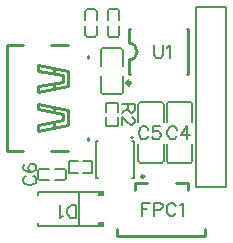
<source format=gto>
G04 Layer: TopSilkscreenLayer*
G04 EasyEDA v6.5.5, 2022-07-09 13:00:11*
G04 71ddd04add3b4de38a8b36f784c4d6f3,20d39a695127413eb41274384cfbb926,10*
G04 Gerber Generator version 0.2*
G04 Scale: 100 percent, Rotated: No, Reflected: No *
G04 Dimensions in millimeters *
G04 leading zeros omitted , absolute positions ,4 integer and 5 decimal *
%FSLAX45Y45*%
%MOMM*%

%ADD10C,0.2540*%
%ADD31C,0.1524*%
%ADD32C,0.2032*%
%ADD33C,0.2030*%
%ADD34C,0.1520*%
%ADD35C,0.2000*%
%ADD36C,0.3000*%

%LPD*%
D31*
X1181100Y7199884D02*
G01*
X1181100Y7308850D01*
X1181100Y7199884D02*
G01*
X1144778Y7199884D01*
X1129029Y7204963D01*
X1118870Y7215378D01*
X1113536Y7225792D01*
X1108455Y7241539D01*
X1108455Y7267447D01*
X1113536Y7282942D01*
X1118870Y7293355D01*
X1129029Y7303770D01*
X1144778Y7308850D01*
X1181100Y7308850D01*
X1074165Y7220712D02*
G01*
X1063752Y7215378D01*
X1048004Y7199884D01*
X1048004Y7308850D01*
X1739900Y7328915D02*
G01*
X1739900Y7219950D01*
X1739900Y7328915D02*
G01*
X1807463Y7328915D01*
X1739900Y7277100D02*
G01*
X1781555Y7277100D01*
X1841754Y7328915D02*
G01*
X1841754Y7219950D01*
X1841754Y7328915D02*
G01*
X1888489Y7328915D01*
X1903984Y7323836D01*
X1909318Y7318502D01*
X1914397Y7308087D01*
X1914397Y7292594D01*
X1909318Y7282179D01*
X1903984Y7277100D01*
X1888489Y7271765D01*
X1841754Y7271765D01*
X2026665Y7303008D02*
G01*
X2021586Y7313421D01*
X2011172Y7323836D01*
X2000758Y7328915D01*
X1979929Y7328915D01*
X1969515Y7323836D01*
X1959102Y7313421D01*
X1954022Y7303008D01*
X1948688Y7287260D01*
X1948688Y7261352D01*
X1954022Y7245858D01*
X1959102Y7235444D01*
X1969515Y7225029D01*
X1979929Y7219950D01*
X2000758Y7219950D01*
X2011172Y7225029D01*
X2021586Y7235444D01*
X2026665Y7245858D01*
X2060956Y7308087D02*
G01*
X2071370Y7313421D01*
X2086863Y7328915D01*
X2086863Y7219950D01*
X1841500Y8662415D02*
G01*
X1841500Y8584437D01*
X1846579Y8568944D01*
X1856994Y8558529D01*
X1872742Y8553450D01*
X1883155Y8553450D01*
X1898650Y8558529D01*
X1909063Y8568944D01*
X1914144Y8584437D01*
X1914144Y8662415D01*
X1948434Y8641587D02*
G01*
X1958847Y8646921D01*
X1974595Y8662415D01*
X1974595Y8553450D01*
X2033777Y7950708D02*
G01*
X2028443Y7961121D01*
X2018029Y7971536D01*
X2007870Y7976615D01*
X1987041Y7976615D01*
X1976627Y7971536D01*
X1966213Y7961121D01*
X1960879Y7950708D01*
X1955800Y7934960D01*
X1955800Y7909052D01*
X1960879Y7893558D01*
X1966213Y7883144D01*
X1976627Y7872729D01*
X1987041Y7867650D01*
X2007870Y7867650D01*
X2018029Y7872729D01*
X2028443Y7883144D01*
X2033777Y7893558D01*
X2119884Y7976615D02*
G01*
X2068068Y7903971D01*
X2146045Y7903971D01*
X2119884Y7976615D02*
G01*
X2119884Y7867650D01*
X1792478Y7950708D02*
G01*
X1787144Y7961121D01*
X1776729Y7971536D01*
X1766570Y7976615D01*
X1745742Y7976615D01*
X1735328Y7971536D01*
X1724913Y7961121D01*
X1719579Y7950708D01*
X1714500Y7934960D01*
X1714500Y7909052D01*
X1719579Y7893558D01*
X1724913Y7883144D01*
X1735328Y7872729D01*
X1745742Y7867650D01*
X1766570Y7867650D01*
X1776729Y7872729D01*
X1787144Y7883144D01*
X1792478Y7893558D01*
X1888997Y7976615D02*
G01*
X1837181Y7976615D01*
X1831847Y7929879D01*
X1837181Y7934960D01*
X1852676Y7940294D01*
X1868170Y7940294D01*
X1883918Y7934960D01*
X1894331Y7924800D01*
X1899412Y7909052D01*
X1899412Y7898637D01*
X1894331Y7883144D01*
X1883918Y7872729D01*
X1868170Y7867650D01*
X1852676Y7867650D01*
X1837181Y7872729D01*
X1831847Y7877810D01*
X1826768Y7888223D01*
X1677415Y8166100D02*
G01*
X1568450Y8166100D01*
X1677415Y8166100D02*
G01*
X1677415Y8119363D01*
X1672336Y8103870D01*
X1667002Y8098536D01*
X1656587Y8093455D01*
X1646173Y8093455D01*
X1635760Y8098536D01*
X1630679Y8103870D01*
X1625600Y8119363D01*
X1625600Y8166100D01*
X1625600Y8129778D02*
G01*
X1568450Y8093455D01*
X1651507Y8053831D02*
G01*
X1656587Y8053831D01*
X1667002Y8048752D01*
X1672336Y8043418D01*
X1677415Y8033004D01*
X1677415Y8012429D01*
X1672336Y8002015D01*
X1667002Y7996681D01*
X1656587Y7991602D01*
X1646173Y7991602D01*
X1635760Y7996681D01*
X1620265Y8007095D01*
X1568450Y8059165D01*
X1568450Y7986268D01*
X761492Y7558278D02*
G01*
X751078Y7552944D01*
X740663Y7542529D01*
X735584Y7532370D01*
X735584Y7511542D01*
X740663Y7501128D01*
X751078Y7490713D01*
X761492Y7485379D01*
X777239Y7480300D01*
X803147Y7480300D01*
X818642Y7485379D01*
X829055Y7490713D01*
X839470Y7501128D01*
X844550Y7511542D01*
X844550Y7532370D01*
X839470Y7542529D01*
X829055Y7552944D01*
X818642Y7558278D01*
X751078Y7654797D02*
G01*
X740663Y7649718D01*
X735584Y7633970D01*
X735584Y7623810D01*
X740663Y7608062D01*
X756412Y7597647D01*
X782320Y7592568D01*
X808228Y7592568D01*
X829055Y7597647D01*
X839470Y7608062D01*
X844550Y7623810D01*
X844550Y7628889D01*
X839470Y7644384D01*
X829055Y7654797D01*
X813562Y7660131D01*
X808228Y7660131D01*
X792734Y7654797D01*
X782320Y7644384D01*
X777239Y7628889D01*
X777239Y7623810D01*
X782320Y7608062D01*
X792734Y7597647D01*
X808228Y7592568D01*
G36*
X1368907Y7427366D02*
G01*
X1368755Y7386675D01*
X1414475Y7386675D01*
X1414881Y7426909D01*
G37*
G36*
X1369720Y7167524D02*
G01*
X1369618Y7126884D01*
X1415338Y7126884D01*
X1415694Y7167067D01*
G37*
X1576260Y8264380D02*
G01*
X1576260Y8405380D01*
X1395539Y8405380D02*
G01*
X1395539Y8264380D01*
X1410779Y8249140D02*
G01*
X1561020Y8249140D01*
X1576260Y8626619D02*
G01*
X1576260Y8485619D01*
X1395539Y8485619D02*
G01*
X1395539Y8626619D01*
X1410779Y8641859D02*
G01*
X1561020Y8641859D01*
X1357960Y8750269D02*
G01*
X1357960Y8829278D01*
X1258239Y8829278D02*
G01*
X1258239Y8750269D01*
X1273479Y8735029D02*
G01*
X1342720Y8735029D01*
X1357960Y8953530D02*
G01*
X1357960Y8874521D01*
X1258239Y8874521D02*
G01*
X1258239Y8953530D01*
X1273479Y8968770D02*
G01*
X1342720Y8968770D01*
X1205992Y7134479D02*
G01*
X1205992Y7419720D01*
X1377218Y7134479D02*
G01*
X857981Y7134479D01*
X858271Y7394661D02*
G01*
X857603Y7418583D01*
X857981Y7134479D02*
G01*
X857313Y7158400D01*
X1377218Y7419720D02*
G01*
X857981Y7419720D01*
D10*
X2030613Y7497099D02*
G01*
X2127999Y7497099D01*
X2127999Y7435100D01*
X1683001Y7442100D02*
G01*
X1683001Y7497099D01*
X1779386Y7497099D01*
X1532498Y7051601D02*
G01*
X2272497Y7051601D01*
X2272497Y7051601D02*
G01*
X2272497Y7108482D01*
X1532498Y7051601D02*
G01*
X1532498Y7108482D01*
D32*
X2197100Y7658100D02*
G01*
X2197100Y7467600D01*
X2451100Y7467600D01*
X2451100Y8991600D01*
X2197100Y8991600D01*
D33*
X2197100Y8991600D02*
G01*
X2197100Y7658100D01*
D34*
X1353799Y7541201D02*
G01*
X1353799Y7851200D01*
X1370675Y7851200D01*
X1366339Y7541201D02*
G01*
X1353700Y7541201D01*
X1651924Y7851200D02*
G01*
X1668800Y7851200D01*
X1668800Y7541201D01*
X1656260Y7541201D01*
D10*
X1629600Y8460600D02*
G01*
X1629600Y8537943D01*
X1629600Y8760599D02*
G01*
X1629600Y8683228D01*
X1629600Y8760599D02*
G01*
X1629600Y8801100D01*
X1638741Y8801100D01*
X2129599Y8460600D02*
G01*
X2129599Y8420100D01*
X2120458Y8420100D01*
X1629600Y8460600D02*
G01*
X1629600Y8420100D01*
X1638741Y8420100D01*
X2129599Y8760599D02*
G01*
X2129599Y8801100D01*
X2120458Y8801100D01*
X2129599Y8760599D02*
G01*
X2129599Y8460600D01*
X1281404Y8570958D02*
G01*
X1281404Y8552898D01*
X972273Y8666899D02*
G01*
X1110272Y8666899D01*
X729815Y7768899D02*
G01*
X597405Y7768899D01*
X597405Y8666899D01*
X730262Y8666899D01*
X1109825Y7768899D02*
G01*
X972720Y7768899D01*
X1285405Y7880901D02*
G01*
X1285405Y7862473D01*
X861707Y8169130D02*
G01*
X1111897Y8119346D01*
X1111897Y7989298D01*
X861707Y7939260D01*
X861707Y7988790D01*
X1071765Y8028668D01*
X1071765Y8081500D01*
X861707Y8121632D01*
X861707Y8169130D01*
X991755Y8139158D02*
G01*
X991755Y8099280D01*
X991786Y8009221D02*
G01*
X991786Y7969222D01*
X991278Y8336899D02*
G01*
X991278Y8296899D01*
X991247Y8466836D02*
G01*
X991247Y8426958D01*
X861199Y8496808D02*
G01*
X1111389Y8447024D01*
X1111389Y8316976D01*
X861199Y8266937D01*
X861199Y8316468D01*
X1071257Y8356345D01*
X1071257Y8409178D01*
X861199Y8449310D01*
X861199Y8496808D01*
D31*
X2166660Y7683680D02*
G01*
X2166660Y7832178D01*
X1948139Y7832178D02*
G01*
X1948139Y7683680D01*
X1963379Y7668440D02*
G01*
X2151420Y7668440D01*
X2166660Y8165919D02*
G01*
X2166660Y8017421D01*
X1948139Y8017421D02*
G01*
X1948139Y8165919D01*
X1963379Y8181159D02*
G01*
X2151420Y8181159D01*
X1925360Y7683680D02*
G01*
X1925360Y7832178D01*
X1706839Y7832178D02*
G01*
X1706839Y7683680D01*
X1722079Y7668440D02*
G01*
X1910120Y7668440D01*
X1925360Y8165919D02*
G01*
X1925360Y8017421D01*
X1706839Y8017421D02*
G01*
X1706839Y8165919D01*
X1722079Y8181159D02*
G01*
X1910120Y8181159D01*
X1548460Y8750269D02*
G01*
X1548460Y8829278D01*
X1448739Y8829278D02*
G01*
X1448739Y8750269D01*
X1463979Y8735029D02*
G01*
X1533220Y8735029D01*
X1548460Y8953530D02*
G01*
X1548460Y8874521D01*
X1448739Y8874521D02*
G01*
X1448739Y8953530D01*
X1463979Y8968770D02*
G01*
X1533220Y8968770D01*
X1241821Y7682560D02*
G01*
X1313624Y7682560D01*
X1313624Y7582839D01*
X1241821Y7582839D01*
X1196578Y7682560D02*
G01*
X1124775Y7682560D01*
X1124775Y7582839D01*
X1196578Y7582839D01*
X1436039Y8099821D02*
G01*
X1436039Y8171624D01*
X1535760Y8171624D01*
X1535760Y8099821D01*
X1436039Y8054578D02*
G01*
X1436039Y7982775D01*
X1535760Y7982775D01*
X1535760Y8054578D01*
X876269Y7519339D02*
G01*
X955278Y7519339D01*
X955278Y7619060D02*
G01*
X876269Y7619060D01*
X861029Y7603820D02*
G01*
X861029Y7534579D01*
X1079530Y7519339D02*
G01*
X1000521Y7519339D01*
X1000521Y7619060D02*
G01*
X1079530Y7619060D01*
X1094770Y7603820D02*
G01*
X1094770Y7534579D01*
G75*
G01*
X1395540Y8264380D02*
G03*
X1410780Y8249140I15240J0D01*
G75*
G01*
X1561020Y8249140D02*
G03*
X1576260Y8264380I0J15240D01*
G75*
G01*
X1395540Y8626620D02*
G02*
X1410780Y8641860I15240J0D01*
G75*
G01*
X1561020Y8641860D02*
G02*
X1576260Y8626620I0J-15240D01*
G75*
G01*
X1258240Y8750270D02*
G03*
X1273480Y8735030I15240J0D01*
G75*
G01*
X1342720Y8735030D02*
G03*
X1357960Y8750270I0J15240D01*
G75*
G01*
X1258240Y8953530D02*
G02*
X1273480Y8968770I15240J0D01*
G75*
G01*
X1342720Y8968770D02*
G02*
X1357960Y8953530I0J-15240D01*
D10*
G75*
G01*
X1629600Y8537943D02*
G03*
X1630091Y8683229I-3980J72657D01*
D31*
G75*
G01*
X1948139Y7683680D02*
G03*
X1963379Y7668440I15240J0D01*
G75*
G01*
X2151421Y7668440D02*
G03*
X2166661Y7683680I0J15240D01*
G75*
G01*
X1948139Y8165920D02*
G02*
X1963379Y8181160I15240J0D01*
G75*
G01*
X2151421Y8181160D02*
G02*
X2166661Y8165920I0J-15240D01*
G75*
G01*
X1706839Y7683680D02*
G03*
X1722079Y7668440I15240J0D01*
G75*
G01*
X1910121Y7668440D02*
G03*
X1925361Y7683680I0J15240D01*
G75*
G01*
X1706839Y8165920D02*
G02*
X1722079Y8181160I15240J0D01*
G75*
G01*
X1910121Y8181160D02*
G02*
X1925361Y8165920I0J-15240D01*
G75*
G01*
X1448740Y8750270D02*
G03*
X1463980Y8735030I15240J0D01*
G75*
G01*
X1533220Y8735030D02*
G03*
X1548460Y8750270I0J15240D01*
G75*
G01*
X1448740Y8953530D02*
G02*
X1463980Y8968770I15240J0D01*
G75*
G01*
X1533220Y8968770D02*
G02*
X1548460Y8953530I0J-15240D01*
G75*
G01*
X876270Y7619060D02*
G03*
X861030Y7603820I0J-15240D01*
G75*
G01*
X861030Y7534580D02*
G03*
X876270Y7519340I15240J0D01*
G75*
G01*
X1079530Y7619060D02*
G02*
X1094770Y7603820I0J-15240D01*
G75*
G01*
X1094770Y7534580D02*
G02*
X1079530Y7519340I-15240J0D01*
D10*
G75*
G01
X1757705Y7553096D02*
G03X1757705Y7553096I-12700J0D01*
D35*
G75*
G01
X1665707Y7882204D02*
G03X1665707Y7882204I-10008J0D01*
D36*
G75*
G01
X1640611Y8343900D02*
G03X1640611Y8343900I-15011J0D01*
M02*

</source>
